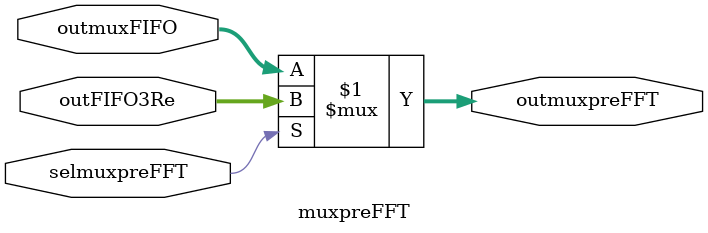
<source format=v>
module muxpreFFT(selmuxpreFFT,outmuxFIFO,outFIFO3Re,outmuxpreFFT);
	input selmuxpreFFT;
	input [31:0]outmuxFIFO;
	input [31:0]outFIFO3Re;
	output [31:0]outmuxpreFFT;
	
	//wire [31:0] outFIFO3Re_con;
	
	assign outmuxpreFFT = (selmuxpreFFT)?outFIFO3Re:outmuxFIFO;
	
endmodule
</source>
